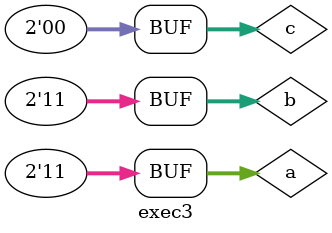
<source format=v>

module S1 ( output[1:0]a,
            input[1:0]b,
            input[1:0]c );
				
assign a = b & c;
endmodule

module S2 ( output[1:0]d,
            input[1:0]e,
            input[1:0]f );
				
assign d = e & f;
endmodule

module S3 ( output[1:0]g,
            input[1:0]h,
            input[1:0]i );
				
assign g = h & i;
endmodule

module S4 ( output[1:0]j,
            input[1:0]k,
            input[1:0]l );
				
assign j = k & l;
endmodule

module S5 ( output[1:0]m,
            input[1:0]n,
            input[1:0]o );
				
assign m = n & o;
endmodule

module S6 ( output[1:0]p,
            input[1:0]q,
            input[1:0]r );
				
assign p = q | r;
endmodule

module S7 ( output[1:0]s,
            input[1:0]t,
            input[1:0]u );
				
assign s = t | u;
endmodule

module S8 ( output[1:0]s,
            input[1:0]t,
            input[1:0]u );
				
assign s = t & u;
endmodule



module exec3;

reg	[1:0] a;//-- Entrada A
reg	[1:0] b;//-- Entrada B
reg	[1:0] c;//-- Chave 00/11
wire	[1:0] d;
wire	[1:0] e;
wire	[1:0] f;
wire	[1:0] g;
wire	[1:0] h;
wire	[1:0] i;
wire	[1:0] j;
wire	[1:0] k;

S7 modulo7(d, a, b);//-- OR
S1 modulo1(e, a, b);//-- AND

S2 modulo2(f, ~d, c);//-- AND
S3 modulo3(g, ~e, c);//-- AND


S4 modulo4(h, a, b);//-- AND
S5 modulo5(i, h, ~c);//-- AND

S6 modulo6(j, a, b);//-- OR
S8 modulo8(k, j, ~c);//-- AND

initial begin:start
c=2'b11; a=00; b=00;
end

initial begin 
$display("Miller - 449048"); 
$display("Guia 3 - Exercicio 3");
$display("Teste: Chave 11 = Grupo NOR e NAND");
$display("");
$monitor(" Entradas( %b | %b ) = NAND = %b , NOR = %b", a, b, f, g );

#1	a=2'b00; b=2'b01;
#1	a=2'b10; b=2'b01;
#1	a=2'b01; b=2'b01;
#1	a=2'b10; b=2'b00;
#1	a=2'b00; b=2'b11;
#1	a=2'b11; b=2'b01;
#1	a=2'b10; b=2'b10;
#1	a=2'b11; b=2'b11;
#1

$display("");
$display("Teste: Chave 00 = Grupo OR e AND");
$display("");
#2	c=2'b00; a=00; b=00;
$monitor(" Entradas( %b | %b ) = AND = %b , OR = %b", a, b, i, k );

#2	a=2'b00; b=2'b01;
#2	a=2'b10; b=2'b01;
#2	a=2'b01; b=2'b01;
#2	a=2'b10; b=2'b00;
#2	a=2'b00; b=2'b11;
#2	a=2'b11; b=2'b01;
#2	a=2'b10; b=2'b10;
#2	a=2'b11; b=2'b11;

end
endmodule
</source>
